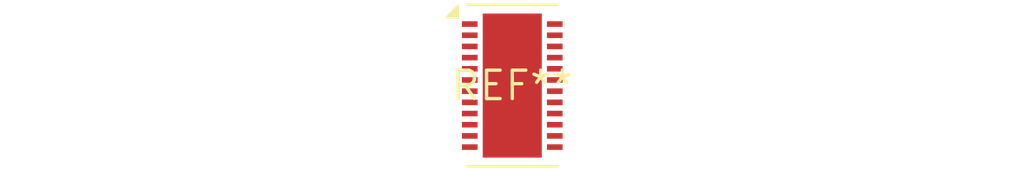
<source format=kicad_pcb>
(kicad_pcb (version 20240108) (generator pcbnew)
  (layers (0 "F.Cu" signal) (31 "B.Cu" signal) (34 "B.Paste" user) (35 "F.Paste" user) (36 "B.SilkS" user "B.Silkscreen") (37 "F.SilkS" user "F.Silkscreen") (38 "B.Mask" user) (39 "F.Mask" user) (44 "Edge.Cuts" user))
  (net 0 "")
  (footprint "DFN-24-1EP_4x7mm_P0.5mm_EP2.64x6.44mm" (layer "F.Cu") (at 0 0)
    (property "Reference" "REF**")
    (property "Value" "DFN-24-1EP_4x7mm_P0.5mm_EP2.64x6.44mm")
    (fp_line (start -2 -3.61) (end 2 -3.61) (layer "F.SilkS") (stroke (width 0.12)))
    (fp_line (start -2 3.61) (end 2 3.61) (layer "F.SilkS") (stroke (width 0.12)))
    (fp_poly (pts (xy -2.44 -3.06) (xy -2.92 -3.06) (xy -2.44 -3.54) (xy -2.44 -3.06)) (layer "F.SilkS") (stroke (width 0.12)) (fill solid))
    (pad "1" smd rect (at -1.9 -2.75) (size 0.7 0.25) (layers "F.Cu" "F.Paste" "F.Mask"))
    (pad "2" smd rect (at -1.9 -2.25) (size 0.7 0.25) (layers "F.Cu" "F.Paste" "F.Mask"))
    (pad "3" smd rect (at -1.9 -1.75) (size 0.7 0.25) (layers "F.Cu" "F.Paste" "F.Mask"))
    (pad "4" smd rect (at -1.9 -1.25) (size 0.7 0.25) (layers "F.Cu" "F.Paste" "F.Mask"))
    (pad "5" smd rect (at -1.9 -0.75) (size 0.7 0.25) (layers "F.Cu" "F.Paste" "F.Mask"))
    (pad "6" smd rect (at -1.9 -0.25) (size 0.7 0.25) (layers "F.Cu" "F.Paste" "F.Mask"))
    (pad "7" smd rect (at -1.9 0.25) (size 0.7 0.25) (layers "F.Cu" "F.Paste" "F.Mask"))
    (pad "8" smd rect (at -1.9 0.75) (size 0.7 0.25) (layers "F.Cu" "F.Paste" "F.Mask"))
    (pad "9" smd rect (at -1.9 1.25) (size 0.7 0.25) (layers "F.Cu" "F.Paste" "F.Mask"))
    (pad "10" smd rect (at -1.9 1.75) (size 0.7 0.25) (layers "F.Cu" "F.Paste" "F.Mask"))
    (pad "11" smd rect (at -1.9 2.25) (size 0.7 0.25) (layers "F.Cu" "F.Paste" "F.Mask"))
    (pad "12" smd rect (at -1.9 2.75) (size 0.7 0.25) (layers "F.Cu" "F.Paste" "F.Mask"))
    (pad "13" smd rect (at 1.9 2.75) (size 0.7 0.25) (layers "F.Cu" "F.Paste" "F.Mask"))
    (pad "14" smd rect (at 1.9 2.25) (size 0.7 0.25) (layers "F.Cu" "F.Paste" "F.Mask"))
    (pad "15" smd rect (at 1.9 1.75) (size 0.7 0.25) (layers "F.Cu" "F.Paste" "F.Mask"))
    (pad "16" smd rect (at 1.9 1.25) (size 0.7 0.25) (layers "F.Cu" "F.Paste" "F.Mask"))
    (pad "17" smd rect (at 1.9 0.75) (size 0.7 0.25) (layers "F.Cu" "F.Paste" "F.Mask"))
    (pad "18" smd rect (at 1.9 0.25) (size 0.7 0.25) (layers "F.Cu" "F.Paste" "F.Mask"))
    (pad "19" smd rect (at 1.9 -0.25) (size 0.7 0.25) (layers "F.Cu" "F.Paste" "F.Mask"))
    (pad "20" smd rect (at 1.9 -0.75) (size 0.7 0.25) (layers "F.Cu" "F.Paste" "F.Mask"))
    (pad "21" smd rect (at 1.9 -1.25) (size 0.7 0.25) (layers "F.Cu" "F.Paste" "F.Mask"))
    (pad "22" smd rect (at 1.9 -1.75) (size 0.7 0.25) (layers "F.Cu" "F.Paste" "F.Mask"))
    (pad "23" smd rect (at 1.9 -2.25) (size 0.7 0.25) (layers "F.Cu" "F.Paste" "F.Mask"))
    (pad "24" smd rect (at 1.9 -2.75) (size 0.7 0.25) (layers "F.Cu" "F.Paste" "F.Mask"))
    (pad "25" smd rect (at 0 0) (size 2.64 6.44) (layers "F.Cu" "F.Mask"))
  )
)
</source>
